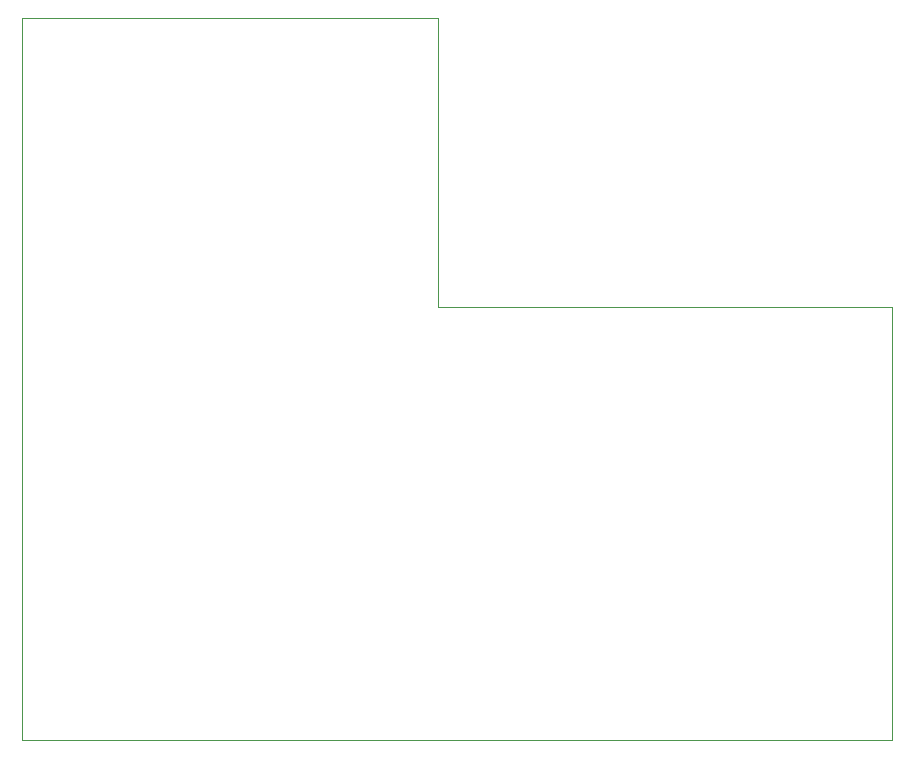
<source format=gm1>
%TF.GenerationSoftware,KiCad,Pcbnew,9.0.3*%
%TF.CreationDate,2026-01-26T00:41:47+02:00*%
%TF.ProjectId,SDCards,53444361-7264-4732-9e6b-696361645f70,rev?*%
%TF.SameCoordinates,Original*%
%TF.FileFunction,Profile,NP*%
%FSLAX46Y46*%
G04 Gerber Fmt 4.6, Leading zero omitted, Abs format (unit mm)*
G04 Created by KiCad (PCBNEW 9.0.3) date 2026-01-26 00:41:47*
%MOMM*%
%LPD*%
G01*
G04 APERTURE LIST*
%TA.AperFunction,Profile*%
%ADD10C,0.050000*%
%TD*%
G04 APERTURE END LIST*
D10*
X69500000Y-125100000D02*
X143190000Y-125100000D01*
X69500000Y-64000000D02*
X69500000Y-125100000D01*
X69500000Y-64000000D02*
X104690000Y-64000000D01*
X143190000Y-88430000D02*
X143190000Y-125100000D01*
X104700000Y-88430000D02*
X143190000Y-88430000D01*
X104690000Y-64000000D02*
X104700000Y-88430000D01*
M02*

</source>
